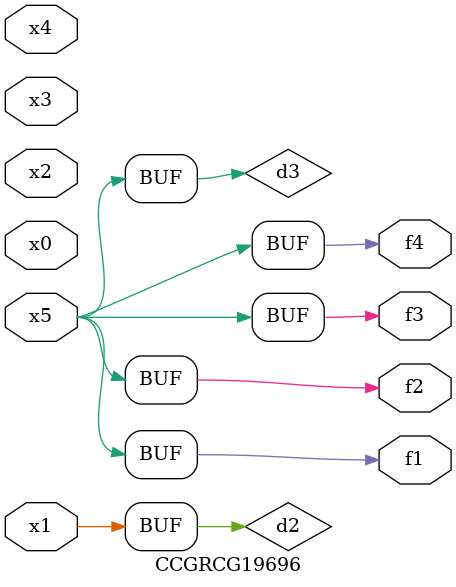
<source format=v>
module CCGRCG19696(
	input x0, x1, x2, x3, x4, x5,
	output f1, f2, f3, f4
);

	wire d1, d2, d3;

	not (d1, x5);
	or (d2, x1);
	xnor (d3, d1);
	assign f1 = d3;
	assign f2 = d3;
	assign f3 = d3;
	assign f4 = d3;
endmodule

</source>
